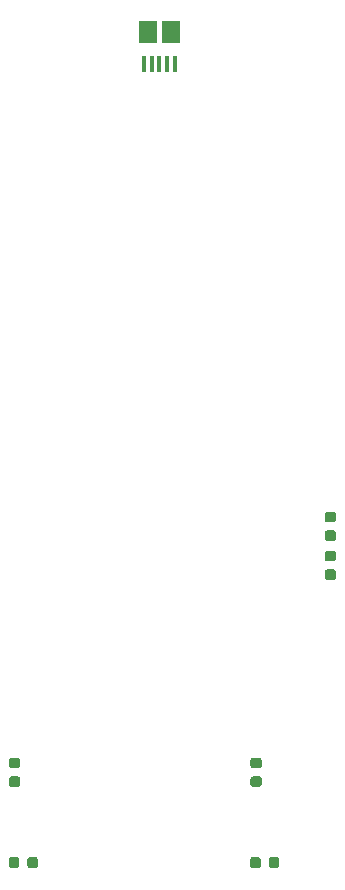
<source format=gtp>
G04 #@! TF.GenerationSoftware,KiCad,Pcbnew,(5.0.2)-1*
G04 #@! TF.CreationDate,2019-02-15T13:53:22+00:00*
G04 #@! TF.ProjectId,panel,70616e65-6c2e-46b6-9963-61645f706362,rev?*
G04 #@! TF.SameCoordinates,Original*
G04 #@! TF.FileFunction,Paste,Top*
G04 #@! TF.FilePolarity,Positive*
%FSLAX46Y46*%
G04 Gerber Fmt 4.6, Leading zero omitted, Abs format (unit mm)*
G04 Created by KiCad (PCBNEW (5.0.2)-1) date 15/02/2019 13:53:22*
%MOMM*%
%LPD*%
G01*
G04 APERTURE LIST*
%ADD10C,0.100000*%
%ADD11C,0.875000*%
%ADD12R,1.500000X1.900000*%
%ADD13R,0.400000X1.350000*%
G04 APERTURE END LIST*
D10*
G04 #@! TO.C,D1*
G36*
X118324191Y-98242553D02*
X118345426Y-98245703D01*
X118366250Y-98250919D01*
X118386462Y-98258151D01*
X118405868Y-98267330D01*
X118424281Y-98278366D01*
X118441524Y-98291154D01*
X118457430Y-98305570D01*
X118471846Y-98321476D01*
X118484634Y-98338719D01*
X118495670Y-98357132D01*
X118504849Y-98376538D01*
X118512081Y-98396750D01*
X118517297Y-98417574D01*
X118520447Y-98438809D01*
X118521500Y-98460250D01*
X118521500Y-98897750D01*
X118520447Y-98919191D01*
X118517297Y-98940426D01*
X118512081Y-98961250D01*
X118504849Y-98981462D01*
X118495670Y-99000868D01*
X118484634Y-99019281D01*
X118471846Y-99036524D01*
X118457430Y-99052430D01*
X118441524Y-99066846D01*
X118424281Y-99079634D01*
X118405868Y-99090670D01*
X118386462Y-99099849D01*
X118366250Y-99107081D01*
X118345426Y-99112297D01*
X118324191Y-99115447D01*
X118302750Y-99116500D01*
X117790250Y-99116500D01*
X117768809Y-99115447D01*
X117747574Y-99112297D01*
X117726750Y-99107081D01*
X117706538Y-99099849D01*
X117687132Y-99090670D01*
X117668719Y-99079634D01*
X117651476Y-99066846D01*
X117635570Y-99052430D01*
X117621154Y-99036524D01*
X117608366Y-99019281D01*
X117597330Y-99000868D01*
X117588151Y-98981462D01*
X117580919Y-98961250D01*
X117575703Y-98940426D01*
X117572553Y-98919191D01*
X117571500Y-98897750D01*
X117571500Y-98460250D01*
X117572553Y-98438809D01*
X117575703Y-98417574D01*
X117580919Y-98396750D01*
X117588151Y-98376538D01*
X117597330Y-98357132D01*
X117608366Y-98338719D01*
X117621154Y-98321476D01*
X117635570Y-98305570D01*
X117651476Y-98291154D01*
X117668719Y-98278366D01*
X117687132Y-98267330D01*
X117706538Y-98258151D01*
X117726750Y-98250919D01*
X117747574Y-98245703D01*
X117768809Y-98242553D01*
X117790250Y-98241500D01*
X118302750Y-98241500D01*
X118324191Y-98242553D01*
X118324191Y-98242553D01*
G37*
D11*
X118046500Y-98679000D03*
D10*
G36*
X118324191Y-96667553D02*
X118345426Y-96670703D01*
X118366250Y-96675919D01*
X118386462Y-96683151D01*
X118405868Y-96692330D01*
X118424281Y-96703366D01*
X118441524Y-96716154D01*
X118457430Y-96730570D01*
X118471846Y-96746476D01*
X118484634Y-96763719D01*
X118495670Y-96782132D01*
X118504849Y-96801538D01*
X118512081Y-96821750D01*
X118517297Y-96842574D01*
X118520447Y-96863809D01*
X118521500Y-96885250D01*
X118521500Y-97322750D01*
X118520447Y-97344191D01*
X118517297Y-97365426D01*
X118512081Y-97386250D01*
X118504849Y-97406462D01*
X118495670Y-97425868D01*
X118484634Y-97444281D01*
X118471846Y-97461524D01*
X118457430Y-97477430D01*
X118441524Y-97491846D01*
X118424281Y-97504634D01*
X118405868Y-97515670D01*
X118386462Y-97524849D01*
X118366250Y-97532081D01*
X118345426Y-97537297D01*
X118324191Y-97540447D01*
X118302750Y-97541500D01*
X117790250Y-97541500D01*
X117768809Y-97540447D01*
X117747574Y-97537297D01*
X117726750Y-97532081D01*
X117706538Y-97524849D01*
X117687132Y-97515670D01*
X117668719Y-97504634D01*
X117651476Y-97491846D01*
X117635570Y-97477430D01*
X117621154Y-97461524D01*
X117608366Y-97444281D01*
X117597330Y-97425868D01*
X117588151Y-97406462D01*
X117580919Y-97386250D01*
X117575703Y-97365426D01*
X117572553Y-97344191D01*
X117571500Y-97322750D01*
X117571500Y-96885250D01*
X117572553Y-96863809D01*
X117575703Y-96842574D01*
X117580919Y-96821750D01*
X117588151Y-96801538D01*
X117597330Y-96782132D01*
X117608366Y-96763719D01*
X117621154Y-96746476D01*
X117635570Y-96730570D01*
X117651476Y-96716154D01*
X117668719Y-96703366D01*
X117687132Y-96692330D01*
X117706538Y-96683151D01*
X117726750Y-96675919D01*
X117747574Y-96670703D01*
X117768809Y-96667553D01*
X117790250Y-96666500D01*
X118302750Y-96666500D01*
X118324191Y-96667553D01*
X118324191Y-96667553D01*
G37*
D11*
X118046500Y-97104000D03*
G04 #@! TD*
D10*
G04 #@! TO.C,R5*
G36*
X118324191Y-93365553D02*
X118345426Y-93368703D01*
X118366250Y-93373919D01*
X118386462Y-93381151D01*
X118405868Y-93390330D01*
X118424281Y-93401366D01*
X118441524Y-93414154D01*
X118457430Y-93428570D01*
X118471846Y-93444476D01*
X118484634Y-93461719D01*
X118495670Y-93480132D01*
X118504849Y-93499538D01*
X118512081Y-93519750D01*
X118517297Y-93540574D01*
X118520447Y-93561809D01*
X118521500Y-93583250D01*
X118521500Y-94020750D01*
X118520447Y-94042191D01*
X118517297Y-94063426D01*
X118512081Y-94084250D01*
X118504849Y-94104462D01*
X118495670Y-94123868D01*
X118484634Y-94142281D01*
X118471846Y-94159524D01*
X118457430Y-94175430D01*
X118441524Y-94189846D01*
X118424281Y-94202634D01*
X118405868Y-94213670D01*
X118386462Y-94222849D01*
X118366250Y-94230081D01*
X118345426Y-94235297D01*
X118324191Y-94238447D01*
X118302750Y-94239500D01*
X117790250Y-94239500D01*
X117768809Y-94238447D01*
X117747574Y-94235297D01*
X117726750Y-94230081D01*
X117706538Y-94222849D01*
X117687132Y-94213670D01*
X117668719Y-94202634D01*
X117651476Y-94189846D01*
X117635570Y-94175430D01*
X117621154Y-94159524D01*
X117608366Y-94142281D01*
X117597330Y-94123868D01*
X117588151Y-94104462D01*
X117580919Y-94084250D01*
X117575703Y-94063426D01*
X117572553Y-94042191D01*
X117571500Y-94020750D01*
X117571500Y-93583250D01*
X117572553Y-93561809D01*
X117575703Y-93540574D01*
X117580919Y-93519750D01*
X117588151Y-93499538D01*
X117597330Y-93480132D01*
X117608366Y-93461719D01*
X117621154Y-93444476D01*
X117635570Y-93428570D01*
X117651476Y-93414154D01*
X117668719Y-93401366D01*
X117687132Y-93390330D01*
X117706538Y-93381151D01*
X117726750Y-93373919D01*
X117747574Y-93368703D01*
X117768809Y-93365553D01*
X117790250Y-93364500D01*
X118302750Y-93364500D01*
X118324191Y-93365553D01*
X118324191Y-93365553D01*
G37*
D11*
X118046500Y-93802000D03*
D10*
G36*
X118324191Y-94940553D02*
X118345426Y-94943703D01*
X118366250Y-94948919D01*
X118386462Y-94956151D01*
X118405868Y-94965330D01*
X118424281Y-94976366D01*
X118441524Y-94989154D01*
X118457430Y-95003570D01*
X118471846Y-95019476D01*
X118484634Y-95036719D01*
X118495670Y-95055132D01*
X118504849Y-95074538D01*
X118512081Y-95094750D01*
X118517297Y-95115574D01*
X118520447Y-95136809D01*
X118521500Y-95158250D01*
X118521500Y-95595750D01*
X118520447Y-95617191D01*
X118517297Y-95638426D01*
X118512081Y-95659250D01*
X118504849Y-95679462D01*
X118495670Y-95698868D01*
X118484634Y-95717281D01*
X118471846Y-95734524D01*
X118457430Y-95750430D01*
X118441524Y-95764846D01*
X118424281Y-95777634D01*
X118405868Y-95788670D01*
X118386462Y-95797849D01*
X118366250Y-95805081D01*
X118345426Y-95810297D01*
X118324191Y-95813447D01*
X118302750Y-95814500D01*
X117790250Y-95814500D01*
X117768809Y-95813447D01*
X117747574Y-95810297D01*
X117726750Y-95805081D01*
X117706538Y-95797849D01*
X117687132Y-95788670D01*
X117668719Y-95777634D01*
X117651476Y-95764846D01*
X117635570Y-95750430D01*
X117621154Y-95734524D01*
X117608366Y-95717281D01*
X117597330Y-95698868D01*
X117588151Y-95679462D01*
X117580919Y-95659250D01*
X117575703Y-95638426D01*
X117572553Y-95617191D01*
X117571500Y-95595750D01*
X117571500Y-95158250D01*
X117572553Y-95136809D01*
X117575703Y-95115574D01*
X117580919Y-95094750D01*
X117588151Y-95074538D01*
X117597330Y-95055132D01*
X117608366Y-95036719D01*
X117621154Y-95019476D01*
X117635570Y-95003570D01*
X117651476Y-94989154D01*
X117668719Y-94976366D01*
X117687132Y-94965330D01*
X117706538Y-94956151D01*
X117726750Y-94948919D01*
X117747574Y-94943703D01*
X117768809Y-94940553D01*
X117790250Y-94939500D01*
X118302750Y-94939500D01*
X118324191Y-94940553D01*
X118324191Y-94940553D01*
G37*
D11*
X118046500Y-95377000D03*
G04 #@! TD*
D12*
G04 #@! TO.C,J4*
X102568500Y-52737500D03*
D13*
X104218500Y-55437500D03*
X104868500Y-55437500D03*
X102268500Y-55437500D03*
X102918500Y-55437500D03*
X103568500Y-55437500D03*
D12*
X104568500Y-52737500D03*
G04 #@! TD*
D10*
G04 #@! TO.C,C2*
G36*
X91590691Y-114193553D02*
X91611926Y-114196703D01*
X91632750Y-114201919D01*
X91652962Y-114209151D01*
X91672368Y-114218330D01*
X91690781Y-114229366D01*
X91708024Y-114242154D01*
X91723930Y-114256570D01*
X91738346Y-114272476D01*
X91751134Y-114289719D01*
X91762170Y-114308132D01*
X91771349Y-114327538D01*
X91778581Y-114347750D01*
X91783797Y-114368574D01*
X91786947Y-114389809D01*
X91788000Y-114411250D01*
X91788000Y-114848750D01*
X91786947Y-114870191D01*
X91783797Y-114891426D01*
X91778581Y-114912250D01*
X91771349Y-114932462D01*
X91762170Y-114951868D01*
X91751134Y-114970281D01*
X91738346Y-114987524D01*
X91723930Y-115003430D01*
X91708024Y-115017846D01*
X91690781Y-115030634D01*
X91672368Y-115041670D01*
X91652962Y-115050849D01*
X91632750Y-115058081D01*
X91611926Y-115063297D01*
X91590691Y-115066447D01*
X91569250Y-115067500D01*
X91056750Y-115067500D01*
X91035309Y-115066447D01*
X91014074Y-115063297D01*
X90993250Y-115058081D01*
X90973038Y-115050849D01*
X90953632Y-115041670D01*
X90935219Y-115030634D01*
X90917976Y-115017846D01*
X90902070Y-115003430D01*
X90887654Y-114987524D01*
X90874866Y-114970281D01*
X90863830Y-114951868D01*
X90854651Y-114932462D01*
X90847419Y-114912250D01*
X90842203Y-114891426D01*
X90839053Y-114870191D01*
X90838000Y-114848750D01*
X90838000Y-114411250D01*
X90839053Y-114389809D01*
X90842203Y-114368574D01*
X90847419Y-114347750D01*
X90854651Y-114327538D01*
X90863830Y-114308132D01*
X90874866Y-114289719D01*
X90887654Y-114272476D01*
X90902070Y-114256570D01*
X90917976Y-114242154D01*
X90935219Y-114229366D01*
X90953632Y-114218330D01*
X90973038Y-114209151D01*
X90993250Y-114201919D01*
X91014074Y-114196703D01*
X91035309Y-114193553D01*
X91056750Y-114192500D01*
X91569250Y-114192500D01*
X91590691Y-114193553D01*
X91590691Y-114193553D01*
G37*
D11*
X91313000Y-114630000D03*
D10*
G36*
X91590691Y-115768553D02*
X91611926Y-115771703D01*
X91632750Y-115776919D01*
X91652962Y-115784151D01*
X91672368Y-115793330D01*
X91690781Y-115804366D01*
X91708024Y-115817154D01*
X91723930Y-115831570D01*
X91738346Y-115847476D01*
X91751134Y-115864719D01*
X91762170Y-115883132D01*
X91771349Y-115902538D01*
X91778581Y-115922750D01*
X91783797Y-115943574D01*
X91786947Y-115964809D01*
X91788000Y-115986250D01*
X91788000Y-116423750D01*
X91786947Y-116445191D01*
X91783797Y-116466426D01*
X91778581Y-116487250D01*
X91771349Y-116507462D01*
X91762170Y-116526868D01*
X91751134Y-116545281D01*
X91738346Y-116562524D01*
X91723930Y-116578430D01*
X91708024Y-116592846D01*
X91690781Y-116605634D01*
X91672368Y-116616670D01*
X91652962Y-116625849D01*
X91632750Y-116633081D01*
X91611926Y-116638297D01*
X91590691Y-116641447D01*
X91569250Y-116642500D01*
X91056750Y-116642500D01*
X91035309Y-116641447D01*
X91014074Y-116638297D01*
X90993250Y-116633081D01*
X90973038Y-116625849D01*
X90953632Y-116616670D01*
X90935219Y-116605634D01*
X90917976Y-116592846D01*
X90902070Y-116578430D01*
X90887654Y-116562524D01*
X90874866Y-116545281D01*
X90863830Y-116526868D01*
X90854651Y-116507462D01*
X90847419Y-116487250D01*
X90842203Y-116466426D01*
X90839053Y-116445191D01*
X90838000Y-116423750D01*
X90838000Y-115986250D01*
X90839053Y-115964809D01*
X90842203Y-115943574D01*
X90847419Y-115922750D01*
X90854651Y-115902538D01*
X90863830Y-115883132D01*
X90874866Y-115864719D01*
X90887654Y-115847476D01*
X90902070Y-115831570D01*
X90917976Y-115817154D01*
X90935219Y-115804366D01*
X90953632Y-115793330D01*
X90973038Y-115784151D01*
X90993250Y-115776919D01*
X91014074Y-115771703D01*
X91035309Y-115768553D01*
X91056750Y-115767500D01*
X91569250Y-115767500D01*
X91590691Y-115768553D01*
X91590691Y-115768553D01*
G37*
D11*
X91313000Y-116205000D03*
G04 #@! TD*
D10*
G04 #@! TO.C,R1*
G36*
X93077191Y-122589053D02*
X93098426Y-122592203D01*
X93119250Y-122597419D01*
X93139462Y-122604651D01*
X93158868Y-122613830D01*
X93177281Y-122624866D01*
X93194524Y-122637654D01*
X93210430Y-122652070D01*
X93224846Y-122667976D01*
X93237634Y-122685219D01*
X93248670Y-122703632D01*
X93257849Y-122723038D01*
X93265081Y-122743250D01*
X93270297Y-122764074D01*
X93273447Y-122785309D01*
X93274500Y-122806750D01*
X93274500Y-123319250D01*
X93273447Y-123340691D01*
X93270297Y-123361926D01*
X93265081Y-123382750D01*
X93257849Y-123402962D01*
X93248670Y-123422368D01*
X93237634Y-123440781D01*
X93224846Y-123458024D01*
X93210430Y-123473930D01*
X93194524Y-123488346D01*
X93177281Y-123501134D01*
X93158868Y-123512170D01*
X93139462Y-123521349D01*
X93119250Y-123528581D01*
X93098426Y-123533797D01*
X93077191Y-123536947D01*
X93055750Y-123538000D01*
X92618250Y-123538000D01*
X92596809Y-123536947D01*
X92575574Y-123533797D01*
X92554750Y-123528581D01*
X92534538Y-123521349D01*
X92515132Y-123512170D01*
X92496719Y-123501134D01*
X92479476Y-123488346D01*
X92463570Y-123473930D01*
X92449154Y-123458024D01*
X92436366Y-123440781D01*
X92425330Y-123422368D01*
X92416151Y-123402962D01*
X92408919Y-123382750D01*
X92403703Y-123361926D01*
X92400553Y-123340691D01*
X92399500Y-123319250D01*
X92399500Y-122806750D01*
X92400553Y-122785309D01*
X92403703Y-122764074D01*
X92408919Y-122743250D01*
X92416151Y-122723038D01*
X92425330Y-122703632D01*
X92436366Y-122685219D01*
X92449154Y-122667976D01*
X92463570Y-122652070D01*
X92479476Y-122637654D01*
X92496719Y-122624866D01*
X92515132Y-122613830D01*
X92534538Y-122604651D01*
X92554750Y-122597419D01*
X92575574Y-122592203D01*
X92596809Y-122589053D01*
X92618250Y-122588000D01*
X93055750Y-122588000D01*
X93077191Y-122589053D01*
X93077191Y-122589053D01*
G37*
D11*
X92837000Y-123063000D03*
D10*
G36*
X91502191Y-122589053D02*
X91523426Y-122592203D01*
X91544250Y-122597419D01*
X91564462Y-122604651D01*
X91583868Y-122613830D01*
X91602281Y-122624866D01*
X91619524Y-122637654D01*
X91635430Y-122652070D01*
X91649846Y-122667976D01*
X91662634Y-122685219D01*
X91673670Y-122703632D01*
X91682849Y-122723038D01*
X91690081Y-122743250D01*
X91695297Y-122764074D01*
X91698447Y-122785309D01*
X91699500Y-122806750D01*
X91699500Y-123319250D01*
X91698447Y-123340691D01*
X91695297Y-123361926D01*
X91690081Y-123382750D01*
X91682849Y-123402962D01*
X91673670Y-123422368D01*
X91662634Y-123440781D01*
X91649846Y-123458024D01*
X91635430Y-123473930D01*
X91619524Y-123488346D01*
X91602281Y-123501134D01*
X91583868Y-123512170D01*
X91564462Y-123521349D01*
X91544250Y-123528581D01*
X91523426Y-123533797D01*
X91502191Y-123536947D01*
X91480750Y-123538000D01*
X91043250Y-123538000D01*
X91021809Y-123536947D01*
X91000574Y-123533797D01*
X90979750Y-123528581D01*
X90959538Y-123521349D01*
X90940132Y-123512170D01*
X90921719Y-123501134D01*
X90904476Y-123488346D01*
X90888570Y-123473930D01*
X90874154Y-123458024D01*
X90861366Y-123440781D01*
X90850330Y-123422368D01*
X90841151Y-123402962D01*
X90833919Y-123382750D01*
X90828703Y-123361926D01*
X90825553Y-123340691D01*
X90824500Y-123319250D01*
X90824500Y-122806750D01*
X90825553Y-122785309D01*
X90828703Y-122764074D01*
X90833919Y-122743250D01*
X90841151Y-122723038D01*
X90850330Y-122703632D01*
X90861366Y-122685219D01*
X90874154Y-122667976D01*
X90888570Y-122652070D01*
X90904476Y-122637654D01*
X90921719Y-122624866D01*
X90940132Y-122613830D01*
X90959538Y-122604651D01*
X90979750Y-122597419D01*
X91000574Y-122592203D01*
X91021809Y-122589053D01*
X91043250Y-122588000D01*
X91480750Y-122588000D01*
X91502191Y-122589053D01*
X91502191Y-122589053D01*
G37*
D11*
X91262000Y-123063000D03*
G04 #@! TD*
D10*
G04 #@! TO.C,C2*
G36*
X112037691Y-114193553D02*
X112058926Y-114196703D01*
X112079750Y-114201919D01*
X112099962Y-114209151D01*
X112119368Y-114218330D01*
X112137781Y-114229366D01*
X112155024Y-114242154D01*
X112170930Y-114256570D01*
X112185346Y-114272476D01*
X112198134Y-114289719D01*
X112209170Y-114308132D01*
X112218349Y-114327538D01*
X112225581Y-114347750D01*
X112230797Y-114368574D01*
X112233947Y-114389809D01*
X112235000Y-114411250D01*
X112235000Y-114848750D01*
X112233947Y-114870191D01*
X112230797Y-114891426D01*
X112225581Y-114912250D01*
X112218349Y-114932462D01*
X112209170Y-114951868D01*
X112198134Y-114970281D01*
X112185346Y-114987524D01*
X112170930Y-115003430D01*
X112155024Y-115017846D01*
X112137781Y-115030634D01*
X112119368Y-115041670D01*
X112099962Y-115050849D01*
X112079750Y-115058081D01*
X112058926Y-115063297D01*
X112037691Y-115066447D01*
X112016250Y-115067500D01*
X111503750Y-115067500D01*
X111482309Y-115066447D01*
X111461074Y-115063297D01*
X111440250Y-115058081D01*
X111420038Y-115050849D01*
X111400632Y-115041670D01*
X111382219Y-115030634D01*
X111364976Y-115017846D01*
X111349070Y-115003430D01*
X111334654Y-114987524D01*
X111321866Y-114970281D01*
X111310830Y-114951868D01*
X111301651Y-114932462D01*
X111294419Y-114912250D01*
X111289203Y-114891426D01*
X111286053Y-114870191D01*
X111285000Y-114848750D01*
X111285000Y-114411250D01*
X111286053Y-114389809D01*
X111289203Y-114368574D01*
X111294419Y-114347750D01*
X111301651Y-114327538D01*
X111310830Y-114308132D01*
X111321866Y-114289719D01*
X111334654Y-114272476D01*
X111349070Y-114256570D01*
X111364976Y-114242154D01*
X111382219Y-114229366D01*
X111400632Y-114218330D01*
X111420038Y-114209151D01*
X111440250Y-114201919D01*
X111461074Y-114196703D01*
X111482309Y-114193553D01*
X111503750Y-114192500D01*
X112016250Y-114192500D01*
X112037691Y-114193553D01*
X112037691Y-114193553D01*
G37*
D11*
X111760000Y-114630000D03*
D10*
G36*
X112037691Y-115768553D02*
X112058926Y-115771703D01*
X112079750Y-115776919D01*
X112099962Y-115784151D01*
X112119368Y-115793330D01*
X112137781Y-115804366D01*
X112155024Y-115817154D01*
X112170930Y-115831570D01*
X112185346Y-115847476D01*
X112198134Y-115864719D01*
X112209170Y-115883132D01*
X112218349Y-115902538D01*
X112225581Y-115922750D01*
X112230797Y-115943574D01*
X112233947Y-115964809D01*
X112235000Y-115986250D01*
X112235000Y-116423750D01*
X112233947Y-116445191D01*
X112230797Y-116466426D01*
X112225581Y-116487250D01*
X112218349Y-116507462D01*
X112209170Y-116526868D01*
X112198134Y-116545281D01*
X112185346Y-116562524D01*
X112170930Y-116578430D01*
X112155024Y-116592846D01*
X112137781Y-116605634D01*
X112119368Y-116616670D01*
X112099962Y-116625849D01*
X112079750Y-116633081D01*
X112058926Y-116638297D01*
X112037691Y-116641447D01*
X112016250Y-116642500D01*
X111503750Y-116642500D01*
X111482309Y-116641447D01*
X111461074Y-116638297D01*
X111440250Y-116633081D01*
X111420038Y-116625849D01*
X111400632Y-116616670D01*
X111382219Y-116605634D01*
X111364976Y-116592846D01*
X111349070Y-116578430D01*
X111334654Y-116562524D01*
X111321866Y-116545281D01*
X111310830Y-116526868D01*
X111301651Y-116507462D01*
X111294419Y-116487250D01*
X111289203Y-116466426D01*
X111286053Y-116445191D01*
X111285000Y-116423750D01*
X111285000Y-115986250D01*
X111286053Y-115964809D01*
X111289203Y-115943574D01*
X111294419Y-115922750D01*
X111301651Y-115902538D01*
X111310830Y-115883132D01*
X111321866Y-115864719D01*
X111334654Y-115847476D01*
X111349070Y-115831570D01*
X111364976Y-115817154D01*
X111382219Y-115804366D01*
X111400632Y-115793330D01*
X111420038Y-115784151D01*
X111440250Y-115776919D01*
X111461074Y-115771703D01*
X111482309Y-115768553D01*
X111503750Y-115767500D01*
X112016250Y-115767500D01*
X112037691Y-115768553D01*
X112037691Y-115768553D01*
G37*
D11*
X111760000Y-116205000D03*
G04 #@! TD*
D10*
G04 #@! TO.C,R1*
G36*
X113524191Y-122589053D02*
X113545426Y-122592203D01*
X113566250Y-122597419D01*
X113586462Y-122604651D01*
X113605868Y-122613830D01*
X113624281Y-122624866D01*
X113641524Y-122637654D01*
X113657430Y-122652070D01*
X113671846Y-122667976D01*
X113684634Y-122685219D01*
X113695670Y-122703632D01*
X113704849Y-122723038D01*
X113712081Y-122743250D01*
X113717297Y-122764074D01*
X113720447Y-122785309D01*
X113721500Y-122806750D01*
X113721500Y-123319250D01*
X113720447Y-123340691D01*
X113717297Y-123361926D01*
X113712081Y-123382750D01*
X113704849Y-123402962D01*
X113695670Y-123422368D01*
X113684634Y-123440781D01*
X113671846Y-123458024D01*
X113657430Y-123473930D01*
X113641524Y-123488346D01*
X113624281Y-123501134D01*
X113605868Y-123512170D01*
X113586462Y-123521349D01*
X113566250Y-123528581D01*
X113545426Y-123533797D01*
X113524191Y-123536947D01*
X113502750Y-123538000D01*
X113065250Y-123538000D01*
X113043809Y-123536947D01*
X113022574Y-123533797D01*
X113001750Y-123528581D01*
X112981538Y-123521349D01*
X112962132Y-123512170D01*
X112943719Y-123501134D01*
X112926476Y-123488346D01*
X112910570Y-123473930D01*
X112896154Y-123458024D01*
X112883366Y-123440781D01*
X112872330Y-123422368D01*
X112863151Y-123402962D01*
X112855919Y-123382750D01*
X112850703Y-123361926D01*
X112847553Y-123340691D01*
X112846500Y-123319250D01*
X112846500Y-122806750D01*
X112847553Y-122785309D01*
X112850703Y-122764074D01*
X112855919Y-122743250D01*
X112863151Y-122723038D01*
X112872330Y-122703632D01*
X112883366Y-122685219D01*
X112896154Y-122667976D01*
X112910570Y-122652070D01*
X112926476Y-122637654D01*
X112943719Y-122624866D01*
X112962132Y-122613830D01*
X112981538Y-122604651D01*
X113001750Y-122597419D01*
X113022574Y-122592203D01*
X113043809Y-122589053D01*
X113065250Y-122588000D01*
X113502750Y-122588000D01*
X113524191Y-122589053D01*
X113524191Y-122589053D01*
G37*
D11*
X113284000Y-123063000D03*
D10*
G36*
X111949191Y-122589053D02*
X111970426Y-122592203D01*
X111991250Y-122597419D01*
X112011462Y-122604651D01*
X112030868Y-122613830D01*
X112049281Y-122624866D01*
X112066524Y-122637654D01*
X112082430Y-122652070D01*
X112096846Y-122667976D01*
X112109634Y-122685219D01*
X112120670Y-122703632D01*
X112129849Y-122723038D01*
X112137081Y-122743250D01*
X112142297Y-122764074D01*
X112145447Y-122785309D01*
X112146500Y-122806750D01*
X112146500Y-123319250D01*
X112145447Y-123340691D01*
X112142297Y-123361926D01*
X112137081Y-123382750D01*
X112129849Y-123402962D01*
X112120670Y-123422368D01*
X112109634Y-123440781D01*
X112096846Y-123458024D01*
X112082430Y-123473930D01*
X112066524Y-123488346D01*
X112049281Y-123501134D01*
X112030868Y-123512170D01*
X112011462Y-123521349D01*
X111991250Y-123528581D01*
X111970426Y-123533797D01*
X111949191Y-123536947D01*
X111927750Y-123538000D01*
X111490250Y-123538000D01*
X111468809Y-123536947D01*
X111447574Y-123533797D01*
X111426750Y-123528581D01*
X111406538Y-123521349D01*
X111387132Y-123512170D01*
X111368719Y-123501134D01*
X111351476Y-123488346D01*
X111335570Y-123473930D01*
X111321154Y-123458024D01*
X111308366Y-123440781D01*
X111297330Y-123422368D01*
X111288151Y-123402962D01*
X111280919Y-123382750D01*
X111275703Y-123361926D01*
X111272553Y-123340691D01*
X111271500Y-123319250D01*
X111271500Y-122806750D01*
X111272553Y-122785309D01*
X111275703Y-122764074D01*
X111280919Y-122743250D01*
X111288151Y-122723038D01*
X111297330Y-122703632D01*
X111308366Y-122685219D01*
X111321154Y-122667976D01*
X111335570Y-122652070D01*
X111351476Y-122637654D01*
X111368719Y-122624866D01*
X111387132Y-122613830D01*
X111406538Y-122604651D01*
X111426750Y-122597419D01*
X111447574Y-122592203D01*
X111468809Y-122589053D01*
X111490250Y-122588000D01*
X111927750Y-122588000D01*
X111949191Y-122589053D01*
X111949191Y-122589053D01*
G37*
D11*
X111709000Y-123063000D03*
G04 #@! TD*
M02*

</source>
